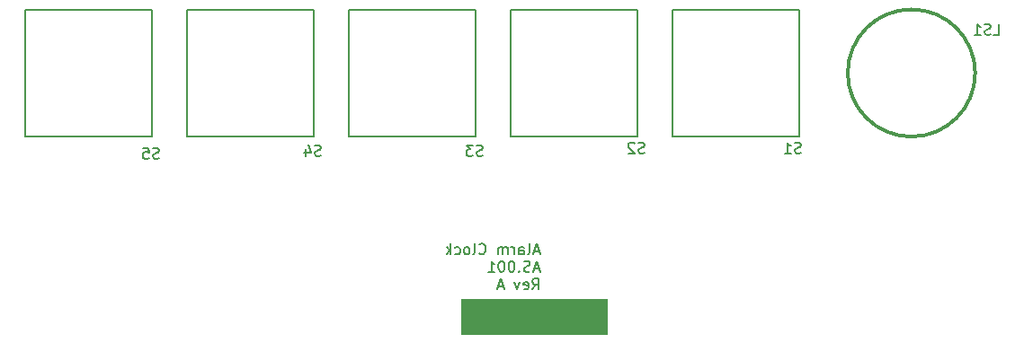
<source format=gbo>
G04 #@! TF.GenerationSoftware,KiCad,Pcbnew,(5.1.0)-1*
G04 #@! TF.CreationDate,2019-04-13T14:57:07-07:00*
G04 #@! TF.ProjectId,AS.001.revA,41532e30-3031-42e7-9265-76412e6b6963,Rev A*
G04 #@! TF.SameCoordinates,Original*
G04 #@! TF.FileFunction,Legend,Bot*
G04 #@! TF.FilePolarity,Positive*
%FSLAX46Y46*%
G04 Gerber Fmt 4.6, Leading zero omitted, Abs format (unit mm)*
G04 Created by KiCad (PCBNEW (5.1.0)-1) date 2019-04-13 14:57:07*
%MOMM*%
%LPD*%
G04 APERTURE LIST*
%ADD10C,0.100000*%
%ADD11C,0.150000*%
%ADD12C,0.300000*%
%ADD13C,0.203200*%
G04 APERTURE END LIST*
D10*
G36*
X118618000Y-100838000D02*
G01*
X104902000Y-100838000D01*
X104902000Y-97536000D01*
X118618000Y-97536000D01*
X118618000Y-100838000D01*
G37*
X118618000Y-100838000D02*
X104902000Y-100838000D01*
X104902000Y-97536000D01*
X118618000Y-97536000D01*
X118618000Y-100838000D01*
D11*
X112234023Y-93004666D02*
X111757833Y-93004666D01*
X112329261Y-93290380D02*
X111995928Y-92290380D01*
X111662595Y-93290380D01*
X111186404Y-93290380D02*
X111281642Y-93242761D01*
X111329261Y-93147523D01*
X111329261Y-92290380D01*
X110376880Y-93290380D02*
X110376880Y-92766571D01*
X110424500Y-92671333D01*
X110519738Y-92623714D01*
X110710214Y-92623714D01*
X110805452Y-92671333D01*
X110376880Y-93242761D02*
X110472119Y-93290380D01*
X110710214Y-93290380D01*
X110805452Y-93242761D01*
X110853071Y-93147523D01*
X110853071Y-93052285D01*
X110805452Y-92957047D01*
X110710214Y-92909428D01*
X110472119Y-92909428D01*
X110376880Y-92861809D01*
X109900690Y-93290380D02*
X109900690Y-92623714D01*
X109900690Y-92814190D02*
X109853071Y-92718952D01*
X109805452Y-92671333D01*
X109710214Y-92623714D01*
X109614976Y-92623714D01*
X109281642Y-93290380D02*
X109281642Y-92623714D01*
X109281642Y-92718952D02*
X109234023Y-92671333D01*
X109138785Y-92623714D01*
X108995928Y-92623714D01*
X108900690Y-92671333D01*
X108853071Y-92766571D01*
X108853071Y-93290380D01*
X108853071Y-92766571D02*
X108805452Y-92671333D01*
X108710214Y-92623714D01*
X108567357Y-92623714D01*
X108472119Y-92671333D01*
X108424500Y-92766571D01*
X108424500Y-93290380D01*
X106614976Y-93195142D02*
X106662595Y-93242761D01*
X106805452Y-93290380D01*
X106900690Y-93290380D01*
X107043547Y-93242761D01*
X107138785Y-93147523D01*
X107186404Y-93052285D01*
X107234023Y-92861809D01*
X107234023Y-92718952D01*
X107186404Y-92528476D01*
X107138785Y-92433238D01*
X107043547Y-92338000D01*
X106900690Y-92290380D01*
X106805452Y-92290380D01*
X106662595Y-92338000D01*
X106614976Y-92385619D01*
X106043547Y-93290380D02*
X106138785Y-93242761D01*
X106186404Y-93147523D01*
X106186404Y-92290380D01*
X105519738Y-93290380D02*
X105614976Y-93242761D01*
X105662595Y-93195142D01*
X105710214Y-93099904D01*
X105710214Y-92814190D01*
X105662595Y-92718952D01*
X105614976Y-92671333D01*
X105519738Y-92623714D01*
X105376880Y-92623714D01*
X105281642Y-92671333D01*
X105234023Y-92718952D01*
X105186404Y-92814190D01*
X105186404Y-93099904D01*
X105234023Y-93195142D01*
X105281642Y-93242761D01*
X105376880Y-93290380D01*
X105519738Y-93290380D01*
X104329261Y-93242761D02*
X104424500Y-93290380D01*
X104614976Y-93290380D01*
X104710214Y-93242761D01*
X104757833Y-93195142D01*
X104805452Y-93099904D01*
X104805452Y-92814190D01*
X104757833Y-92718952D01*
X104710214Y-92671333D01*
X104614976Y-92623714D01*
X104424500Y-92623714D01*
X104329261Y-92671333D01*
X103900690Y-93290380D02*
X103900690Y-92290380D01*
X103805452Y-92909428D02*
X103519738Y-93290380D01*
X103519738Y-92623714D02*
X103900690Y-93004666D01*
X112234023Y-94654666D02*
X111757833Y-94654666D01*
X112329261Y-94940380D02*
X111995928Y-93940380D01*
X111662595Y-94940380D01*
X111376880Y-94892761D02*
X111234023Y-94940380D01*
X110995928Y-94940380D01*
X110900690Y-94892761D01*
X110853071Y-94845142D01*
X110805452Y-94749904D01*
X110805452Y-94654666D01*
X110853071Y-94559428D01*
X110900690Y-94511809D01*
X110995928Y-94464190D01*
X111186404Y-94416571D01*
X111281642Y-94368952D01*
X111329261Y-94321333D01*
X111376880Y-94226095D01*
X111376880Y-94130857D01*
X111329261Y-94035619D01*
X111281642Y-93988000D01*
X111186404Y-93940380D01*
X110948309Y-93940380D01*
X110805452Y-93988000D01*
X110376880Y-94845142D02*
X110329261Y-94892761D01*
X110376880Y-94940380D01*
X110424500Y-94892761D01*
X110376880Y-94845142D01*
X110376880Y-94940380D01*
X109710214Y-93940380D02*
X109614976Y-93940380D01*
X109519738Y-93988000D01*
X109472119Y-94035619D01*
X109424500Y-94130857D01*
X109376880Y-94321333D01*
X109376880Y-94559428D01*
X109424500Y-94749904D01*
X109472119Y-94845142D01*
X109519738Y-94892761D01*
X109614976Y-94940380D01*
X109710214Y-94940380D01*
X109805452Y-94892761D01*
X109853071Y-94845142D01*
X109900690Y-94749904D01*
X109948309Y-94559428D01*
X109948309Y-94321333D01*
X109900690Y-94130857D01*
X109853071Y-94035619D01*
X109805452Y-93988000D01*
X109710214Y-93940380D01*
X108757833Y-93940380D02*
X108662595Y-93940380D01*
X108567357Y-93988000D01*
X108519738Y-94035619D01*
X108472119Y-94130857D01*
X108424500Y-94321333D01*
X108424500Y-94559428D01*
X108472119Y-94749904D01*
X108519738Y-94845142D01*
X108567357Y-94892761D01*
X108662595Y-94940380D01*
X108757833Y-94940380D01*
X108853071Y-94892761D01*
X108900690Y-94845142D01*
X108948309Y-94749904D01*
X108995928Y-94559428D01*
X108995928Y-94321333D01*
X108948309Y-94130857D01*
X108900690Y-94035619D01*
X108853071Y-93988000D01*
X108757833Y-93940380D01*
X107472119Y-94940380D02*
X108043547Y-94940380D01*
X107757833Y-94940380D02*
X107757833Y-93940380D01*
X107853071Y-94083238D01*
X107948309Y-94178476D01*
X108043547Y-94226095D01*
X111614976Y-96590380D02*
X111948309Y-96114190D01*
X112186404Y-96590380D02*
X112186404Y-95590380D01*
X111805452Y-95590380D01*
X111710214Y-95638000D01*
X111662595Y-95685619D01*
X111614976Y-95780857D01*
X111614976Y-95923714D01*
X111662595Y-96018952D01*
X111710214Y-96066571D01*
X111805452Y-96114190D01*
X112186404Y-96114190D01*
X110805452Y-96542761D02*
X110900690Y-96590380D01*
X111091166Y-96590380D01*
X111186404Y-96542761D01*
X111234023Y-96447523D01*
X111234023Y-96066571D01*
X111186404Y-95971333D01*
X111091166Y-95923714D01*
X110900690Y-95923714D01*
X110805452Y-95971333D01*
X110757833Y-96066571D01*
X110757833Y-96161809D01*
X111234023Y-96257047D01*
X110424500Y-95923714D02*
X110186404Y-96590380D01*
X109948309Y-95923714D01*
X108853071Y-96304666D02*
X108376880Y-96304666D01*
X108948309Y-96590380D02*
X108614976Y-95590380D01*
X108281642Y-96590380D01*
D12*
X153320000Y-76200000D02*
G75*
G03X153320000Y-76200000I-6000000J0D01*
G01*
D13*
X124841000Y-70231000D02*
X136779000Y-70231000D01*
X124841000Y-82169000D02*
X136779000Y-82169000D01*
X136779000Y-82169000D02*
X136779000Y-70231000D01*
X124841000Y-82169000D02*
X124841000Y-70231000D01*
X109601000Y-82169000D02*
X109601000Y-70231000D01*
X121539000Y-82169000D02*
X121539000Y-70231000D01*
X109601000Y-82169000D02*
X121539000Y-82169000D01*
X109601000Y-70231000D02*
X121539000Y-70231000D01*
X94361000Y-70231000D02*
X106299000Y-70231000D01*
X94361000Y-82169000D02*
X106299000Y-82169000D01*
X106299000Y-82169000D02*
X106299000Y-70231000D01*
X94361000Y-82169000D02*
X94361000Y-70231000D01*
X79121000Y-82169000D02*
X79121000Y-70231000D01*
X91059000Y-82169000D02*
X91059000Y-70231000D01*
X79121000Y-82169000D02*
X91059000Y-82169000D01*
X79121000Y-70231000D02*
X91059000Y-70231000D01*
X63881000Y-82169000D02*
X63881000Y-70231000D01*
X75819000Y-82169000D02*
X75819000Y-70231000D01*
X63881000Y-82169000D02*
X75819000Y-82169000D01*
X63881000Y-70231000D02*
X75819000Y-70231000D01*
D11*
X155074857Y-72588380D02*
X155551047Y-72588380D01*
X155551047Y-71588380D01*
X154789142Y-72540761D02*
X154646285Y-72588380D01*
X154408190Y-72588380D01*
X154312952Y-72540761D01*
X154265333Y-72493142D01*
X154217714Y-72397904D01*
X154217714Y-72302666D01*
X154265333Y-72207428D01*
X154312952Y-72159809D01*
X154408190Y-72112190D01*
X154598666Y-72064571D01*
X154693904Y-72016952D01*
X154741523Y-71969333D01*
X154789142Y-71874095D01*
X154789142Y-71778857D01*
X154741523Y-71683619D01*
X154693904Y-71636000D01*
X154598666Y-71588380D01*
X154360571Y-71588380D01*
X154217714Y-71636000D01*
X153265333Y-72588380D02*
X153836761Y-72588380D01*
X153551047Y-72588380D02*
X153551047Y-71588380D01*
X153646285Y-71731238D01*
X153741523Y-71826476D01*
X153836761Y-71874095D01*
X136905904Y-83716761D02*
X136763047Y-83764380D01*
X136524952Y-83764380D01*
X136429714Y-83716761D01*
X136382095Y-83669142D01*
X136334476Y-83573904D01*
X136334476Y-83478666D01*
X136382095Y-83383428D01*
X136429714Y-83335809D01*
X136524952Y-83288190D01*
X136715428Y-83240571D01*
X136810666Y-83192952D01*
X136858285Y-83145333D01*
X136905904Y-83050095D01*
X136905904Y-82954857D01*
X136858285Y-82859619D01*
X136810666Y-82812000D01*
X136715428Y-82764380D01*
X136477333Y-82764380D01*
X136334476Y-82812000D01*
X135382095Y-83764380D02*
X135953523Y-83764380D01*
X135667809Y-83764380D02*
X135667809Y-82764380D01*
X135763047Y-82907238D01*
X135858285Y-83002476D01*
X135953523Y-83050095D01*
X122173904Y-83716761D02*
X122031047Y-83764380D01*
X121792952Y-83764380D01*
X121697714Y-83716761D01*
X121650095Y-83669142D01*
X121602476Y-83573904D01*
X121602476Y-83478666D01*
X121650095Y-83383428D01*
X121697714Y-83335809D01*
X121792952Y-83288190D01*
X121983428Y-83240571D01*
X122078666Y-83192952D01*
X122126285Y-83145333D01*
X122173904Y-83050095D01*
X122173904Y-82954857D01*
X122126285Y-82859619D01*
X122078666Y-82812000D01*
X121983428Y-82764380D01*
X121745333Y-82764380D01*
X121602476Y-82812000D01*
X121221523Y-82859619D02*
X121173904Y-82812000D01*
X121078666Y-82764380D01*
X120840571Y-82764380D01*
X120745333Y-82812000D01*
X120697714Y-82859619D01*
X120650095Y-82954857D01*
X120650095Y-83050095D01*
X120697714Y-83192952D01*
X121269142Y-83764380D01*
X120650095Y-83764380D01*
X106933904Y-83970761D02*
X106791047Y-84018380D01*
X106552952Y-84018380D01*
X106457714Y-83970761D01*
X106410095Y-83923142D01*
X106362476Y-83827904D01*
X106362476Y-83732666D01*
X106410095Y-83637428D01*
X106457714Y-83589809D01*
X106552952Y-83542190D01*
X106743428Y-83494571D01*
X106838666Y-83446952D01*
X106886285Y-83399333D01*
X106933904Y-83304095D01*
X106933904Y-83208857D01*
X106886285Y-83113619D01*
X106838666Y-83066000D01*
X106743428Y-83018380D01*
X106505333Y-83018380D01*
X106362476Y-83066000D01*
X106029142Y-83018380D02*
X105410095Y-83018380D01*
X105743428Y-83399333D01*
X105600571Y-83399333D01*
X105505333Y-83446952D01*
X105457714Y-83494571D01*
X105410095Y-83589809D01*
X105410095Y-83827904D01*
X105457714Y-83923142D01*
X105505333Y-83970761D01*
X105600571Y-84018380D01*
X105886285Y-84018380D01*
X105981523Y-83970761D01*
X106029142Y-83923142D01*
X91693904Y-83970761D02*
X91551047Y-84018380D01*
X91312952Y-84018380D01*
X91217714Y-83970761D01*
X91170095Y-83923142D01*
X91122476Y-83827904D01*
X91122476Y-83732666D01*
X91170095Y-83637428D01*
X91217714Y-83589809D01*
X91312952Y-83542190D01*
X91503428Y-83494571D01*
X91598666Y-83446952D01*
X91646285Y-83399333D01*
X91693904Y-83304095D01*
X91693904Y-83208857D01*
X91646285Y-83113619D01*
X91598666Y-83066000D01*
X91503428Y-83018380D01*
X91265333Y-83018380D01*
X91122476Y-83066000D01*
X90265333Y-83351714D02*
X90265333Y-84018380D01*
X90503428Y-82970761D02*
X90741523Y-83685047D01*
X90122476Y-83685047D01*
X76453904Y-84224761D02*
X76311047Y-84272380D01*
X76072952Y-84272380D01*
X75977714Y-84224761D01*
X75930095Y-84177142D01*
X75882476Y-84081904D01*
X75882476Y-83986666D01*
X75930095Y-83891428D01*
X75977714Y-83843809D01*
X76072952Y-83796190D01*
X76263428Y-83748571D01*
X76358666Y-83700952D01*
X76406285Y-83653333D01*
X76453904Y-83558095D01*
X76453904Y-83462857D01*
X76406285Y-83367619D01*
X76358666Y-83320000D01*
X76263428Y-83272380D01*
X76025333Y-83272380D01*
X75882476Y-83320000D01*
X74977714Y-83272380D02*
X75453904Y-83272380D01*
X75501523Y-83748571D01*
X75453904Y-83700952D01*
X75358666Y-83653333D01*
X75120571Y-83653333D01*
X75025333Y-83700952D01*
X74977714Y-83748571D01*
X74930095Y-83843809D01*
X74930095Y-84081904D01*
X74977714Y-84177142D01*
X75025333Y-84224761D01*
X75120571Y-84272380D01*
X75358666Y-84272380D01*
X75453904Y-84224761D01*
X75501523Y-84177142D01*
M02*

</source>
